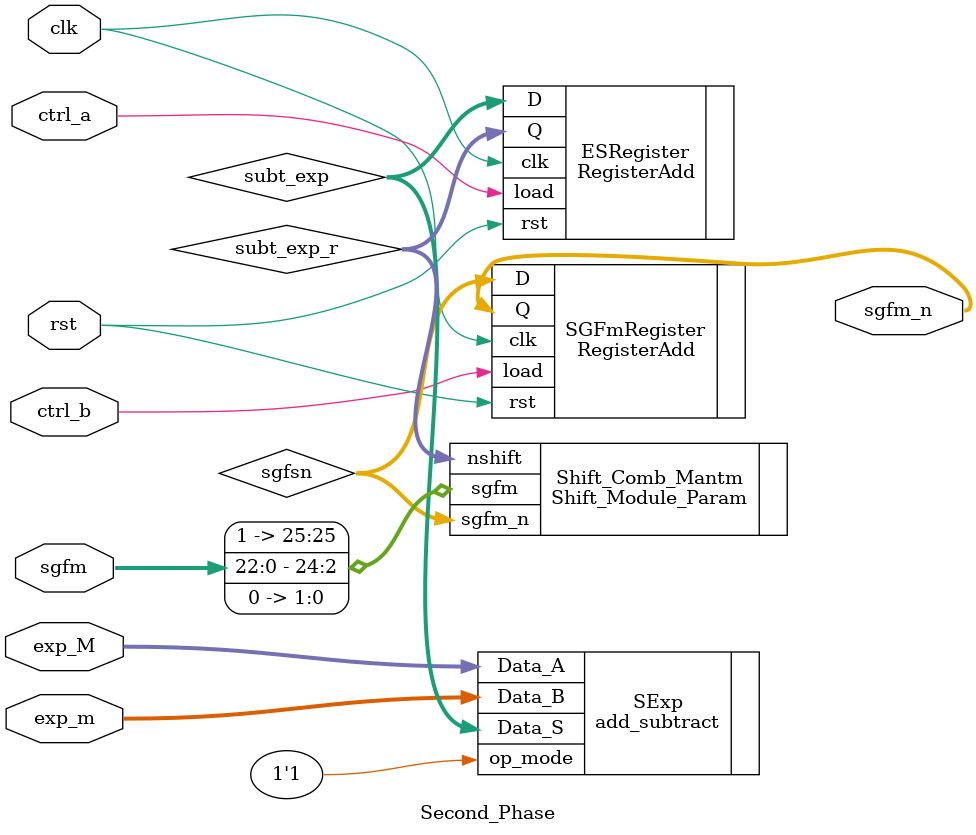
<source format=v>
`timescale 1ns / 1ps

//Uncomment the parameters with ** to work on double precision and comment the
//the single precision parameters 
module Second_Phase

//SINGLE PRECISION PARAMETERS
	# (parameter W_Exp = 8,
		parameter W_Sgf = 23)

//DOUBLE PRECISION PARAMETERS
/*#  (parameter Width_Exp = 11,
		parameter Width_Sgf = 52)
*/

	(

	//General Parameters
	input wire clk, //clk and rst are the control signals of the pipeline registers
	input wire rst,
	input wire ctrl_a, //register load signal
	input wire ctrl_b, //register load signal

	//Exponent and smallest Mantissa inputs
	//sgf is about significand and I declare the input as significand
	//because in this phase it's made it the concatenation process
	//that turns de Mantissa in true mantissa or significand
	
	input wire [W_Exp-1:0] exp_M, //It's an input provided by the first phase and makes reference to the largest exponent
	input wire [W_Exp-1:0] exp_m, //It's an input provided b the first phase and makes reference to the smallest exponent
	input wire [W_Sgf-1:0] sgfm, //It's the significand of the smallest operand
	
	output wire [W_Sgf+2:0] sgfm_n //The output considers the 3 concatenated bits
		
    );
	 


//Wire connection signals ///////////////////////////

wire [W_Exp-1:0] subt_exp; 
wire [W_Exp-1:0] subt_exp_r;
wire [W_Sgf+2:0] sgfsn;

//////////////////////////////////////////////////////


//MODULE BODY////////////////////////////////////////

//Ripple Carry Adder
//It's not necessary to use a Full Adder
//Because the subtract process in this case will not cause a carry out
add_subtract #(.W(W_Exp)) SExp (
    .op_mode(1'b1), 
    .Data_A(exp_M), 
    .Data_B(exp_m), 
    .Data_S(subt_exp)
    );

//This register stores the result of the subtraction process between
//the exponents 
RegisterAdd #(.W(W_Exp)) ESRegister ( //Data X input register
    .clk(clk), 
    .rst(rst), 
    .load(ctrl_a), 
    .D(subt_exp), 
    .Q(subt_exp_r)
    );
	 
//This module receives two values, the significand (already concatenated)
//and the result of the exponents subtract to shift right the smallest
//mantissa, this is a merely combinational process and can be consider
//the normalization process of that mantissa.

Shift_Module_Param #(.W_Sgf(W_Sgf),.W_Exp(W_Exp)) Shift_Comb_Mantm (
    .nshift(subt_exp_r), 
    .sgfm({1'b1,sgfm,2'b00}), 
    .sgfm_n(sgfsn)
    );

//This registers stores the smallest normalized significand
RegisterAdd #(.W(W_Sgf+3)) SGFmRegister ( //Data X input register
    .clk(clk), 
    .rst(rst), 
    .load(ctrl_b), 
    .D(sgfsn), 
    .Q(sgfm_n)
    );
////////////////////////////////////////////////////////////////////////////	 
endmodule

</source>
